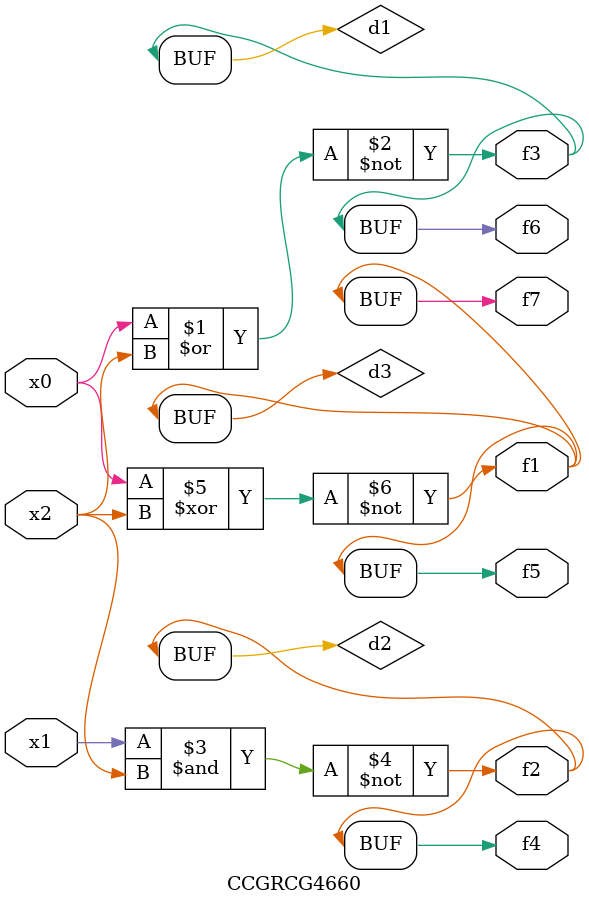
<source format=v>
module CCGRCG4660(
	input x0, x1, x2,
	output f1, f2, f3, f4, f5, f6, f7
);

	wire d1, d2, d3;

	nor (d1, x0, x2);
	nand (d2, x1, x2);
	xnor (d3, x0, x2);
	assign f1 = d3;
	assign f2 = d2;
	assign f3 = d1;
	assign f4 = d2;
	assign f5 = d3;
	assign f6 = d1;
	assign f7 = d3;
endmodule

</source>
